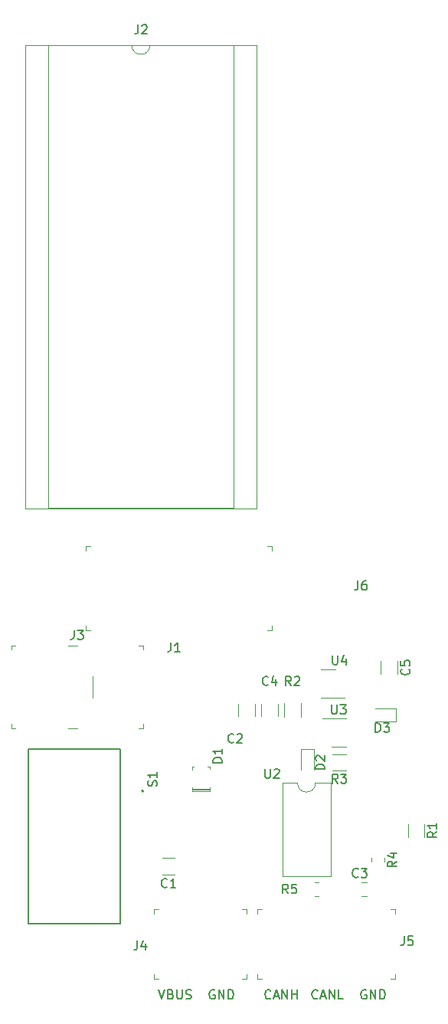
<source format=gbr>
%TF.GenerationSoftware,KiCad,Pcbnew,(6.0.6-0)*%
%TF.CreationDate,2022-11-06T01:19:23-08:00*%
%TF.ProjectId,Main Board,4d61696e-2042-46f6-9172-642e6b696361,rev?*%
%TF.SameCoordinates,Original*%
%TF.FileFunction,Legend,Top*%
%TF.FilePolarity,Positive*%
%FSLAX46Y46*%
G04 Gerber Fmt 4.6, Leading zero omitted, Abs format (unit mm)*
G04 Created by KiCad (PCBNEW (6.0.6-0)) date 2022-11-06 01:19:23*
%MOMM*%
%LPD*%
G01*
G04 APERTURE LIST*
%ADD10C,0.150000*%
%ADD11C,0.127000*%
%ADD12C,0.200000*%
%ADD13C,0.120000*%
%ADD14C,0.100000*%
G04 APERTURE END LIST*
D10*
X124968095Y-137676000D02*
X124872857Y-137628380D01*
X124730000Y-137628380D01*
X124587142Y-137676000D01*
X124491904Y-137771238D01*
X124444285Y-137866476D01*
X124396666Y-138056952D01*
X124396666Y-138199809D01*
X124444285Y-138390285D01*
X124491904Y-138485523D01*
X124587142Y-138580761D01*
X124730000Y-138628380D01*
X124825238Y-138628380D01*
X124968095Y-138580761D01*
X125015714Y-138533142D01*
X125015714Y-138199809D01*
X124825238Y-138199809D01*
X125444285Y-138628380D02*
X125444285Y-137628380D01*
X126015714Y-138628380D01*
X126015714Y-137628380D01*
X126491904Y-138628380D02*
X126491904Y-137628380D01*
X126730000Y-137628380D01*
X126872857Y-137676000D01*
X126968095Y-137771238D01*
X127015714Y-137866476D01*
X127063333Y-138056952D01*
X127063333Y-138199809D01*
X127015714Y-138390285D01*
X126968095Y-138485523D01*
X126872857Y-138580761D01*
X126730000Y-138628380D01*
X126491904Y-138628380D01*
X102052666Y-137628380D02*
X102386000Y-138628380D01*
X102719333Y-137628380D01*
X103386000Y-138104571D02*
X103528857Y-138152190D01*
X103576476Y-138199809D01*
X103624095Y-138295047D01*
X103624095Y-138437904D01*
X103576476Y-138533142D01*
X103528857Y-138580761D01*
X103433619Y-138628380D01*
X103052666Y-138628380D01*
X103052666Y-137628380D01*
X103386000Y-137628380D01*
X103481238Y-137676000D01*
X103528857Y-137723619D01*
X103576476Y-137818857D01*
X103576476Y-137914095D01*
X103528857Y-138009333D01*
X103481238Y-138056952D01*
X103386000Y-138104571D01*
X103052666Y-138104571D01*
X104052666Y-137628380D02*
X104052666Y-138437904D01*
X104100285Y-138533142D01*
X104147904Y-138580761D01*
X104243142Y-138628380D01*
X104433619Y-138628380D01*
X104528857Y-138580761D01*
X104576476Y-138533142D01*
X104624095Y-138437904D01*
X104624095Y-137628380D01*
X105052666Y-138580761D02*
X105195523Y-138628380D01*
X105433619Y-138628380D01*
X105528857Y-138580761D01*
X105576476Y-138533142D01*
X105624095Y-138437904D01*
X105624095Y-138342666D01*
X105576476Y-138247428D01*
X105528857Y-138199809D01*
X105433619Y-138152190D01*
X105243142Y-138104571D01*
X105147904Y-138056952D01*
X105100285Y-138009333D01*
X105052666Y-137914095D01*
X105052666Y-137818857D01*
X105100285Y-137723619D01*
X105147904Y-137676000D01*
X105243142Y-137628380D01*
X105481238Y-137628380D01*
X105624095Y-137676000D01*
X114403333Y-138533142D02*
X114355714Y-138580761D01*
X114212857Y-138628380D01*
X114117619Y-138628380D01*
X113974761Y-138580761D01*
X113879523Y-138485523D01*
X113831904Y-138390285D01*
X113784285Y-138199809D01*
X113784285Y-138056952D01*
X113831904Y-137866476D01*
X113879523Y-137771238D01*
X113974761Y-137676000D01*
X114117619Y-137628380D01*
X114212857Y-137628380D01*
X114355714Y-137676000D01*
X114403333Y-137723619D01*
X114784285Y-138342666D02*
X115260476Y-138342666D01*
X114689047Y-138628380D02*
X115022380Y-137628380D01*
X115355714Y-138628380D01*
X115689047Y-138628380D02*
X115689047Y-137628380D01*
X116260476Y-138628380D01*
X116260476Y-137628380D01*
X116736666Y-138628380D02*
X116736666Y-137628380D01*
X116736666Y-138104571D02*
X117308095Y-138104571D01*
X117308095Y-138628380D02*
X117308095Y-137628380D01*
X119602380Y-138533142D02*
X119554761Y-138580761D01*
X119411904Y-138628380D01*
X119316666Y-138628380D01*
X119173809Y-138580761D01*
X119078571Y-138485523D01*
X119030952Y-138390285D01*
X118983333Y-138199809D01*
X118983333Y-138056952D01*
X119030952Y-137866476D01*
X119078571Y-137771238D01*
X119173809Y-137676000D01*
X119316666Y-137628380D01*
X119411904Y-137628380D01*
X119554761Y-137676000D01*
X119602380Y-137723619D01*
X119983333Y-138342666D02*
X120459523Y-138342666D01*
X119888095Y-138628380D02*
X120221428Y-137628380D01*
X120554761Y-138628380D01*
X120888095Y-138628380D02*
X120888095Y-137628380D01*
X121459523Y-138628380D01*
X121459523Y-137628380D01*
X122411904Y-138628380D02*
X121935714Y-138628380D01*
X121935714Y-137628380D01*
X108204095Y-137676000D02*
X108108857Y-137628380D01*
X107966000Y-137628380D01*
X107823142Y-137676000D01*
X107727904Y-137771238D01*
X107680285Y-137866476D01*
X107632666Y-138056952D01*
X107632666Y-138199809D01*
X107680285Y-138390285D01*
X107727904Y-138485523D01*
X107823142Y-138580761D01*
X107966000Y-138628380D01*
X108061238Y-138628380D01*
X108204095Y-138580761D01*
X108251714Y-138533142D01*
X108251714Y-138199809D01*
X108061238Y-138199809D01*
X108680285Y-138628380D02*
X108680285Y-137628380D01*
X109251714Y-138628380D01*
X109251714Y-137628380D01*
X109727904Y-138628380D02*
X109727904Y-137628380D01*
X109966000Y-137628380D01*
X110108857Y-137676000D01*
X110204095Y-137771238D01*
X110251714Y-137866476D01*
X110299333Y-138056952D01*
X110299333Y-138199809D01*
X110251714Y-138390285D01*
X110204095Y-138485523D01*
X110108857Y-138580761D01*
X109966000Y-138628380D01*
X109727904Y-138628380D01*
%TO.C,S1*%
X101789761Y-115086904D02*
X101837380Y-114944047D01*
X101837380Y-114705952D01*
X101789761Y-114610714D01*
X101742142Y-114563095D01*
X101646904Y-114515476D01*
X101551666Y-114515476D01*
X101456428Y-114563095D01*
X101408809Y-114610714D01*
X101361190Y-114705952D01*
X101313571Y-114896428D01*
X101265952Y-114991666D01*
X101218333Y-115039285D01*
X101123095Y-115086904D01*
X101027857Y-115086904D01*
X100932619Y-115039285D01*
X100885000Y-114991666D01*
X100837380Y-114896428D01*
X100837380Y-114658333D01*
X100885000Y-114515476D01*
X101837380Y-113563095D02*
X101837380Y-114134523D01*
X101837380Y-113848809D02*
X100837380Y-113848809D01*
X100980238Y-113944047D01*
X101075476Y-114039285D01*
X101123095Y-114134523D01*
%TO.C,J6*%
X124051666Y-92412380D02*
X124051666Y-93126666D01*
X124004047Y-93269523D01*
X123908809Y-93364761D01*
X123765952Y-93412380D01*
X123670714Y-93412380D01*
X124956428Y-92412380D02*
X124765952Y-92412380D01*
X124670714Y-92460000D01*
X124623095Y-92507619D01*
X124527857Y-92650476D01*
X124480238Y-92840952D01*
X124480238Y-93221904D01*
X124527857Y-93317142D01*
X124575476Y-93364761D01*
X124670714Y-93412380D01*
X124861190Y-93412380D01*
X124956428Y-93364761D01*
X125004047Y-93317142D01*
X125051666Y-93221904D01*
X125051666Y-92983809D01*
X125004047Y-92888571D01*
X124956428Y-92840952D01*
X124861190Y-92793333D01*
X124670714Y-92793333D01*
X124575476Y-92840952D01*
X124527857Y-92888571D01*
X124480238Y-92983809D01*
%TO.C,R5*%
X116333333Y-126952380D02*
X116000000Y-126476190D01*
X115761904Y-126952380D02*
X115761904Y-125952380D01*
X116142857Y-125952380D01*
X116238095Y-126000000D01*
X116285714Y-126047619D01*
X116333333Y-126142857D01*
X116333333Y-126285714D01*
X116285714Y-126380952D01*
X116238095Y-126428571D01*
X116142857Y-126476190D01*
X115761904Y-126476190D01*
X117238095Y-125952380D02*
X116761904Y-125952380D01*
X116714285Y-126428571D01*
X116761904Y-126380952D01*
X116857142Y-126333333D01*
X117095238Y-126333333D01*
X117190476Y-126380952D01*
X117238095Y-126428571D01*
X117285714Y-126523809D01*
X117285714Y-126761904D01*
X117238095Y-126857142D01*
X117190476Y-126904761D01*
X117095238Y-126952380D01*
X116857142Y-126952380D01*
X116761904Y-126904761D01*
X116714285Y-126857142D01*
%TO.C,R4*%
X128352380Y-123416666D02*
X127876190Y-123750000D01*
X128352380Y-123988095D02*
X127352380Y-123988095D01*
X127352380Y-123607142D01*
X127400000Y-123511904D01*
X127447619Y-123464285D01*
X127542857Y-123416666D01*
X127685714Y-123416666D01*
X127780952Y-123464285D01*
X127828571Y-123511904D01*
X127876190Y-123607142D01*
X127876190Y-123988095D01*
X127685714Y-122559523D02*
X128352380Y-122559523D01*
X127304761Y-122797619D02*
X128019047Y-123035714D01*
X128019047Y-122416666D01*
%TO.C,R3*%
X121833333Y-114772380D02*
X121500000Y-114296190D01*
X121261904Y-114772380D02*
X121261904Y-113772380D01*
X121642857Y-113772380D01*
X121738095Y-113820000D01*
X121785714Y-113867619D01*
X121833333Y-113962857D01*
X121833333Y-114105714D01*
X121785714Y-114200952D01*
X121738095Y-114248571D01*
X121642857Y-114296190D01*
X121261904Y-114296190D01*
X122166666Y-113772380D02*
X122785714Y-113772380D01*
X122452380Y-114153333D01*
X122595238Y-114153333D01*
X122690476Y-114200952D01*
X122738095Y-114248571D01*
X122785714Y-114343809D01*
X122785714Y-114581904D01*
X122738095Y-114677142D01*
X122690476Y-114724761D01*
X122595238Y-114772380D01*
X122309523Y-114772380D01*
X122214285Y-114724761D01*
X122166666Y-114677142D01*
%TO.C,R1*%
X132772380Y-120166666D02*
X132296190Y-120500000D01*
X132772380Y-120738095D02*
X131772380Y-120738095D01*
X131772380Y-120357142D01*
X131820000Y-120261904D01*
X131867619Y-120214285D01*
X131962857Y-120166666D01*
X132105714Y-120166666D01*
X132200952Y-120214285D01*
X132248571Y-120261904D01*
X132296190Y-120357142D01*
X132296190Y-120738095D01*
X132772380Y-119214285D02*
X132772380Y-119785714D01*
X132772380Y-119500000D02*
X131772380Y-119500000D01*
X131915238Y-119595238D01*
X132010476Y-119690476D01*
X132058095Y-119785714D01*
%TO.C,D3*%
X126011904Y-109132380D02*
X126011904Y-108132380D01*
X126250000Y-108132380D01*
X126392857Y-108180000D01*
X126488095Y-108275238D01*
X126535714Y-108370476D01*
X126583333Y-108560952D01*
X126583333Y-108703809D01*
X126535714Y-108894285D01*
X126488095Y-108989523D01*
X126392857Y-109084761D01*
X126250000Y-109132380D01*
X126011904Y-109132380D01*
X126916666Y-108132380D02*
X127535714Y-108132380D01*
X127202380Y-108513333D01*
X127345238Y-108513333D01*
X127440476Y-108560952D01*
X127488095Y-108608571D01*
X127535714Y-108703809D01*
X127535714Y-108941904D01*
X127488095Y-109037142D01*
X127440476Y-109084761D01*
X127345238Y-109132380D01*
X127059523Y-109132380D01*
X126964285Y-109084761D01*
X126916666Y-109037142D01*
%TO.C,D2*%
X120382380Y-113238095D02*
X119382380Y-113238095D01*
X119382380Y-113000000D01*
X119430000Y-112857142D01*
X119525238Y-112761904D01*
X119620476Y-112714285D01*
X119810952Y-112666666D01*
X119953809Y-112666666D01*
X120144285Y-112714285D01*
X120239523Y-112761904D01*
X120334761Y-112857142D01*
X120382380Y-113000000D01*
X120382380Y-113238095D01*
X119477619Y-112285714D02*
X119430000Y-112238095D01*
X119382380Y-112142857D01*
X119382380Y-111904761D01*
X119430000Y-111809523D01*
X119477619Y-111761904D01*
X119572857Y-111714285D01*
X119668095Y-111714285D01*
X119810952Y-111761904D01*
X120382380Y-112333333D01*
X120382380Y-111714285D01*
%TO.C,C5*%
X129707142Y-102166666D02*
X129754761Y-102214285D01*
X129802380Y-102357142D01*
X129802380Y-102452380D01*
X129754761Y-102595238D01*
X129659523Y-102690476D01*
X129564285Y-102738095D01*
X129373809Y-102785714D01*
X129230952Y-102785714D01*
X129040476Y-102738095D01*
X128945238Y-102690476D01*
X128850000Y-102595238D01*
X128802380Y-102452380D01*
X128802380Y-102357142D01*
X128850000Y-102214285D01*
X128897619Y-102166666D01*
X128802380Y-101261904D02*
X128802380Y-101738095D01*
X129278571Y-101785714D01*
X129230952Y-101738095D01*
X129183333Y-101642857D01*
X129183333Y-101404761D01*
X129230952Y-101309523D01*
X129278571Y-101261904D01*
X129373809Y-101214285D01*
X129611904Y-101214285D01*
X129707142Y-101261904D01*
X129754761Y-101309523D01*
X129802380Y-101404761D01*
X129802380Y-101642857D01*
X129754761Y-101738095D01*
X129707142Y-101785714D01*
%TO.C,C3*%
X124083333Y-125107142D02*
X124035714Y-125154761D01*
X123892857Y-125202380D01*
X123797619Y-125202380D01*
X123654761Y-125154761D01*
X123559523Y-125059523D01*
X123511904Y-124964285D01*
X123464285Y-124773809D01*
X123464285Y-124630952D01*
X123511904Y-124440476D01*
X123559523Y-124345238D01*
X123654761Y-124250000D01*
X123797619Y-124202380D01*
X123892857Y-124202380D01*
X124035714Y-124250000D01*
X124083333Y-124297619D01*
X124416666Y-124202380D02*
X125035714Y-124202380D01*
X124702380Y-124583333D01*
X124845238Y-124583333D01*
X124940476Y-124630952D01*
X124988095Y-124678571D01*
X125035714Y-124773809D01*
X125035714Y-125011904D01*
X124988095Y-125107142D01*
X124940476Y-125154761D01*
X124845238Y-125202380D01*
X124559523Y-125202380D01*
X124464285Y-125154761D01*
X124416666Y-125107142D01*
%TO.C,U4*%
X121258095Y-100662380D02*
X121258095Y-101471904D01*
X121305714Y-101567142D01*
X121353333Y-101614761D01*
X121448571Y-101662380D01*
X121639047Y-101662380D01*
X121734285Y-101614761D01*
X121781904Y-101567142D01*
X121829523Y-101471904D01*
X121829523Y-100662380D01*
X122734285Y-100995714D02*
X122734285Y-101662380D01*
X122496190Y-100614761D02*
X122258095Y-101329047D01*
X122877142Y-101329047D01*
%TO.C,C4*%
X114133333Y-103862142D02*
X114085714Y-103909761D01*
X113942857Y-103957380D01*
X113847619Y-103957380D01*
X113704761Y-103909761D01*
X113609523Y-103814523D01*
X113561904Y-103719285D01*
X113514285Y-103528809D01*
X113514285Y-103385952D01*
X113561904Y-103195476D01*
X113609523Y-103100238D01*
X113704761Y-103005000D01*
X113847619Y-102957380D01*
X113942857Y-102957380D01*
X114085714Y-103005000D01*
X114133333Y-103052619D01*
X114990476Y-103290714D02*
X114990476Y-103957380D01*
X114752380Y-102909761D02*
X114514285Y-103624047D01*
X115133333Y-103624047D01*
%TO.C,C2*%
X110323333Y-110212142D02*
X110275714Y-110259761D01*
X110132857Y-110307380D01*
X110037619Y-110307380D01*
X109894761Y-110259761D01*
X109799523Y-110164523D01*
X109751904Y-110069285D01*
X109704285Y-109878809D01*
X109704285Y-109735952D01*
X109751904Y-109545476D01*
X109799523Y-109450238D01*
X109894761Y-109355000D01*
X110037619Y-109307380D01*
X110132857Y-109307380D01*
X110275714Y-109355000D01*
X110323333Y-109402619D01*
X110704285Y-109402619D02*
X110751904Y-109355000D01*
X110847142Y-109307380D01*
X111085238Y-109307380D01*
X111180476Y-109355000D01*
X111228095Y-109402619D01*
X111275714Y-109497857D01*
X111275714Y-109593095D01*
X111228095Y-109735952D01*
X110656666Y-110307380D01*
X111275714Y-110307380D01*
%TO.C,J3*%
X92686666Y-97877380D02*
X92686666Y-98591666D01*
X92639047Y-98734523D01*
X92543809Y-98829761D01*
X92400952Y-98877380D01*
X92305714Y-98877380D01*
X93067619Y-97877380D02*
X93686666Y-97877380D01*
X93353333Y-98258333D01*
X93496190Y-98258333D01*
X93591428Y-98305952D01*
X93639047Y-98353571D01*
X93686666Y-98448809D01*
X93686666Y-98686904D01*
X93639047Y-98782142D01*
X93591428Y-98829761D01*
X93496190Y-98877380D01*
X93210476Y-98877380D01*
X93115238Y-98829761D01*
X93067619Y-98782142D01*
%TO.C,D1*%
X109037380Y-112498095D02*
X108037380Y-112498095D01*
X108037380Y-112260000D01*
X108085000Y-112117142D01*
X108180238Y-112021904D01*
X108275476Y-111974285D01*
X108465952Y-111926666D01*
X108608809Y-111926666D01*
X108799285Y-111974285D01*
X108894523Y-112021904D01*
X108989761Y-112117142D01*
X109037380Y-112260000D01*
X109037380Y-112498095D01*
X109037380Y-110974285D02*
X109037380Y-111545714D01*
X109037380Y-111260000D02*
X108037380Y-111260000D01*
X108180238Y-111355238D01*
X108275476Y-111450476D01*
X108323095Y-111545714D01*
%TO.C,J5*%
X129166666Y-131702380D02*
X129166666Y-132416666D01*
X129119047Y-132559523D01*
X129023809Y-132654761D01*
X128880952Y-132702380D01*
X128785714Y-132702380D01*
X130119047Y-131702380D02*
X129642857Y-131702380D01*
X129595238Y-132178571D01*
X129642857Y-132130952D01*
X129738095Y-132083333D01*
X129976190Y-132083333D01*
X130071428Y-132130952D01*
X130119047Y-132178571D01*
X130166666Y-132273809D01*
X130166666Y-132511904D01*
X130119047Y-132607142D01*
X130071428Y-132654761D01*
X129976190Y-132702380D01*
X129738095Y-132702380D01*
X129642857Y-132654761D01*
X129595238Y-132607142D01*
%TO.C,J1*%
X103383666Y-99254380D02*
X103383666Y-99968666D01*
X103336047Y-100111523D01*
X103240809Y-100206761D01*
X103097952Y-100254380D01*
X103002714Y-100254380D01*
X104383666Y-100254380D02*
X103812238Y-100254380D01*
X104097952Y-100254380D02*
X104097952Y-99254380D01*
X104002714Y-99397238D01*
X103907476Y-99492476D01*
X103812238Y-99540095D01*
%TO.C,C1*%
X102957333Y-126214142D02*
X102909714Y-126261761D01*
X102766857Y-126309380D01*
X102671619Y-126309380D01*
X102528761Y-126261761D01*
X102433523Y-126166523D01*
X102385904Y-126071285D01*
X102338285Y-125880809D01*
X102338285Y-125737952D01*
X102385904Y-125547476D01*
X102433523Y-125452238D01*
X102528761Y-125357000D01*
X102671619Y-125309380D01*
X102766857Y-125309380D01*
X102909714Y-125357000D01*
X102957333Y-125404619D01*
X103909714Y-126309380D02*
X103338285Y-126309380D01*
X103624000Y-126309380D02*
X103624000Y-125309380D01*
X103528761Y-125452238D01*
X103433523Y-125547476D01*
X103338285Y-125595095D01*
%TO.C,J4*%
X99666666Y-132202380D02*
X99666666Y-132916666D01*
X99619047Y-133059523D01*
X99523809Y-133154761D01*
X99380952Y-133202380D01*
X99285714Y-133202380D01*
X100571428Y-132535714D02*
X100571428Y-133202380D01*
X100333333Y-132154761D02*
X100095238Y-132869047D01*
X100714285Y-132869047D01*
%TO.C,U2*%
X113792095Y-113210380D02*
X113792095Y-114019904D01*
X113839714Y-114115142D01*
X113887333Y-114162761D01*
X113982571Y-114210380D01*
X114173047Y-114210380D01*
X114268285Y-114162761D01*
X114315904Y-114115142D01*
X114363523Y-114019904D01*
X114363523Y-113210380D01*
X114792095Y-113305619D02*
X114839714Y-113258000D01*
X114934952Y-113210380D01*
X115173047Y-113210380D01*
X115268285Y-113258000D01*
X115315904Y-113305619D01*
X115363523Y-113400857D01*
X115363523Y-113496095D01*
X115315904Y-113638952D01*
X114744476Y-114210380D01*
X115363523Y-114210380D01*
%TO.C,U3*%
X121158095Y-106132380D02*
X121158095Y-106941904D01*
X121205714Y-107037142D01*
X121253333Y-107084761D01*
X121348571Y-107132380D01*
X121539047Y-107132380D01*
X121634285Y-107084761D01*
X121681904Y-107037142D01*
X121729523Y-106941904D01*
X121729523Y-106132380D01*
X122110476Y-106132380D02*
X122729523Y-106132380D01*
X122396190Y-106513333D01*
X122539047Y-106513333D01*
X122634285Y-106560952D01*
X122681904Y-106608571D01*
X122729523Y-106703809D01*
X122729523Y-106941904D01*
X122681904Y-107037142D01*
X122634285Y-107084761D01*
X122539047Y-107132380D01*
X122253333Y-107132380D01*
X122158095Y-107084761D01*
X122110476Y-107037142D01*
%TO.C,R2*%
X116673333Y-103957380D02*
X116340000Y-103481190D01*
X116101904Y-103957380D02*
X116101904Y-102957380D01*
X116482857Y-102957380D01*
X116578095Y-103005000D01*
X116625714Y-103052619D01*
X116673333Y-103147857D01*
X116673333Y-103290714D01*
X116625714Y-103385952D01*
X116578095Y-103433571D01*
X116482857Y-103481190D01*
X116101904Y-103481190D01*
X117054285Y-103052619D02*
X117101904Y-103005000D01*
X117197142Y-102957380D01*
X117435238Y-102957380D01*
X117530476Y-103005000D01*
X117578095Y-103052619D01*
X117625714Y-103147857D01*
X117625714Y-103243095D01*
X117578095Y-103385952D01*
X117006666Y-103957380D01*
X117625714Y-103957380D01*
%TO.C,J2*%
X99742666Y-30948380D02*
X99742666Y-31662666D01*
X99695047Y-31805523D01*
X99599809Y-31900761D01*
X99456952Y-31948380D01*
X99361714Y-31948380D01*
X100171238Y-31043619D02*
X100218857Y-30996000D01*
X100314095Y-30948380D01*
X100552190Y-30948380D01*
X100647428Y-30996000D01*
X100695047Y-31043619D01*
X100742666Y-31138857D01*
X100742666Y-31234095D01*
X100695047Y-31376952D01*
X100123619Y-31948380D01*
X100742666Y-31948380D01*
D11*
%TO.C,S1*%
X97790000Y-130300000D02*
X87630000Y-130300000D01*
X87630000Y-130300000D02*
X87630000Y-111000000D01*
X87630000Y-111000000D02*
X97790000Y-111000000D01*
X97790000Y-111000000D02*
X97790000Y-130300000D01*
D12*
X100350000Y-115650000D02*
G75*
G03*
X100350000Y-115650000I-100000J0D01*
G01*
D13*
%TO.C,R5*%
X119272936Y-127235000D02*
X119727064Y-127235000D01*
X119272936Y-125765000D02*
X119727064Y-125765000D01*
%TO.C,R4*%
X125515000Y-123022936D02*
X125515000Y-123477064D01*
X126985000Y-123022936D02*
X126985000Y-123477064D01*
%TO.C,R3*%
X122727064Y-113410000D02*
X121272936Y-113410000D01*
X122727064Y-111590000D02*
X121272936Y-111590000D01*
%TO.C,R1*%
X131410000Y-119272936D02*
X131410000Y-120727064D01*
X129590000Y-119272936D02*
X129590000Y-120727064D01*
%TO.C,D3*%
X128235000Y-106515000D02*
X125950000Y-106515000D01*
X128235000Y-107985000D02*
X128235000Y-106515000D01*
X125950000Y-107985000D02*
X128235000Y-107985000D01*
%TO.C,D2*%
X117765000Y-111015000D02*
X117765000Y-113300000D01*
X119235000Y-111015000D02*
X117765000Y-111015000D01*
X119235000Y-113300000D02*
X119235000Y-111015000D01*
%TO.C,C5*%
X126590000Y-101288748D02*
X126590000Y-102711252D01*
X128410000Y-101288748D02*
X128410000Y-102711252D01*
%TO.C,C3*%
X124488748Y-125765000D02*
X125011252Y-125765000D01*
X124488748Y-127235000D02*
X125011252Y-127235000D01*
%TO.C,U4*%
X120750000Y-105310000D02*
X122550000Y-105310000D01*
X120750000Y-102190000D02*
X119950000Y-102190000D01*
X120750000Y-105310000D02*
X119950000Y-105310000D01*
X120750000Y-102190000D02*
X121550000Y-102190000D01*
%TO.C,C4*%
X113390000Y-105968748D02*
X113390000Y-107391252D01*
X115210000Y-105968748D02*
X115210000Y-107391252D01*
%TO.C,C2*%
X112670000Y-105968748D02*
X112670000Y-107391252D01*
X110850000Y-105968748D02*
X110850000Y-107391252D01*
D14*
%TO.C,J3*%
X85720000Y-99540000D02*
X85720000Y-100040000D01*
X85720000Y-99540000D02*
X86220000Y-99540000D01*
X85720000Y-108740000D02*
X85720000Y-108240000D01*
X100320000Y-108740000D02*
X100320000Y-108240000D01*
X85720000Y-108740000D02*
X86220000Y-108740000D01*
X100320000Y-99540000D02*
X99820000Y-99540000D01*
X93020000Y-108740000D02*
X92020000Y-108740000D01*
X100320000Y-99540000D02*
X100320000Y-100040000D01*
X100320000Y-108740000D02*
X99820000Y-108740000D01*
X94720000Y-105340000D02*
X94720000Y-102940000D01*
X93020000Y-99540000D02*
X92020000Y-99540000D01*
%TO.C,D1*%
X107405000Y-112975000D02*
X107655000Y-112975000D01*
X105705000Y-115275000D02*
X105705000Y-115625000D01*
X105705000Y-115625000D02*
X107655000Y-115625000D01*
X107655000Y-112975000D02*
X107655000Y-113225000D01*
X105705000Y-115525000D02*
X107655000Y-115525000D01*
X105705000Y-115425000D02*
X107655000Y-115425000D01*
X107655000Y-115275000D02*
X107655000Y-115625000D01*
X105705000Y-112975000D02*
X105930000Y-112975000D01*
X105705000Y-113275000D02*
X105705000Y-112975000D01*
%TO.C,J5*%
X128170000Y-136438000D02*
X127670000Y-136438000D01*
X112970000Y-136438000D02*
X112970000Y-135938000D01*
X128170000Y-136438000D02*
X128170000Y-135938000D01*
X128170000Y-128738000D02*
X127670000Y-128738000D01*
X112970000Y-136438000D02*
X113470000Y-136438000D01*
X112970000Y-128738000D02*
X112970000Y-129188000D01*
X128170000Y-128738000D02*
X128170000Y-129188000D01*
X112970000Y-128738000D02*
X113470000Y-128738000D01*
%TO.C,J1*%
X114560000Y-88548000D02*
X114560000Y-89048000D01*
X93960000Y-88548000D02*
X93960000Y-89048000D01*
X114560000Y-97848000D02*
X114560000Y-97348000D01*
X93960000Y-88548000D02*
X94460000Y-88548000D01*
X114560000Y-97848000D02*
X114060000Y-97848000D01*
X93960000Y-97848000D02*
X94460000Y-97848000D01*
X93960000Y-97848000D02*
X93960000Y-97348000D01*
X114560000Y-88548000D02*
X114060000Y-88548000D01*
D13*
%TO.C,C1*%
X102412748Y-124862000D02*
X103835252Y-124862000D01*
X102412748Y-123042000D02*
X103835252Y-123042000D01*
D14*
%TO.C,J4*%
X101540000Y-136438000D02*
X102040000Y-136438000D01*
X101540000Y-128738000D02*
X101540000Y-129188000D01*
X101540000Y-136438000D02*
X101540000Y-135938000D01*
X111740000Y-136438000D02*
X111240000Y-136438000D01*
X111740000Y-128738000D02*
X111240000Y-128738000D01*
X111740000Y-128738000D02*
X111740000Y-129188000D01*
X101540000Y-128738000D02*
X102040000Y-128738000D01*
X111740000Y-136438000D02*
X111740000Y-135938000D01*
D13*
%TO.C,U2*%
X115724000Y-125038000D02*
X121024000Y-125038000D01*
X121024000Y-114758000D02*
X119374000Y-114758000D01*
X121024000Y-125038000D02*
X121024000Y-114758000D01*
X117374000Y-114758000D02*
X115724000Y-114758000D01*
X115724000Y-114758000D02*
X115724000Y-125038000D01*
X117374000Y-114758000D02*
G75*
G03*
X119374000Y-114758000I1000000J0D01*
G01*
%TO.C,U3*%
X121920000Y-110780000D02*
X121120000Y-110780000D01*
X121920000Y-107660000D02*
X122720000Y-107660000D01*
X121920000Y-110780000D02*
X122720000Y-110780000D01*
X121920000Y-107660000D02*
X120120000Y-107660000D01*
%TO.C,R2*%
X115930000Y-105952936D02*
X115930000Y-107407064D01*
X117750000Y-105952936D02*
X117750000Y-107407064D01*
%TO.C,J2*%
X89790000Y-33214000D02*
X89790000Y-84328000D01*
X89790000Y-84328000D02*
X110330000Y-84328000D01*
X110330000Y-33214000D02*
X101060000Y-33214000D01*
X87300000Y-84388000D02*
X112820000Y-84388000D01*
X110330000Y-84328000D02*
X110330000Y-33214000D01*
X87300000Y-33154000D02*
X87300000Y-84388000D01*
X99060000Y-33214000D02*
X89790000Y-33214000D01*
X112820000Y-84388000D02*
X112820000Y-33154000D01*
X112820000Y-33154000D02*
X87300000Y-33154000D01*
X99060000Y-33214000D02*
G75*
G03*
X101060000Y-33214000I1000000J0D01*
G01*
%TD*%
M02*

</source>
